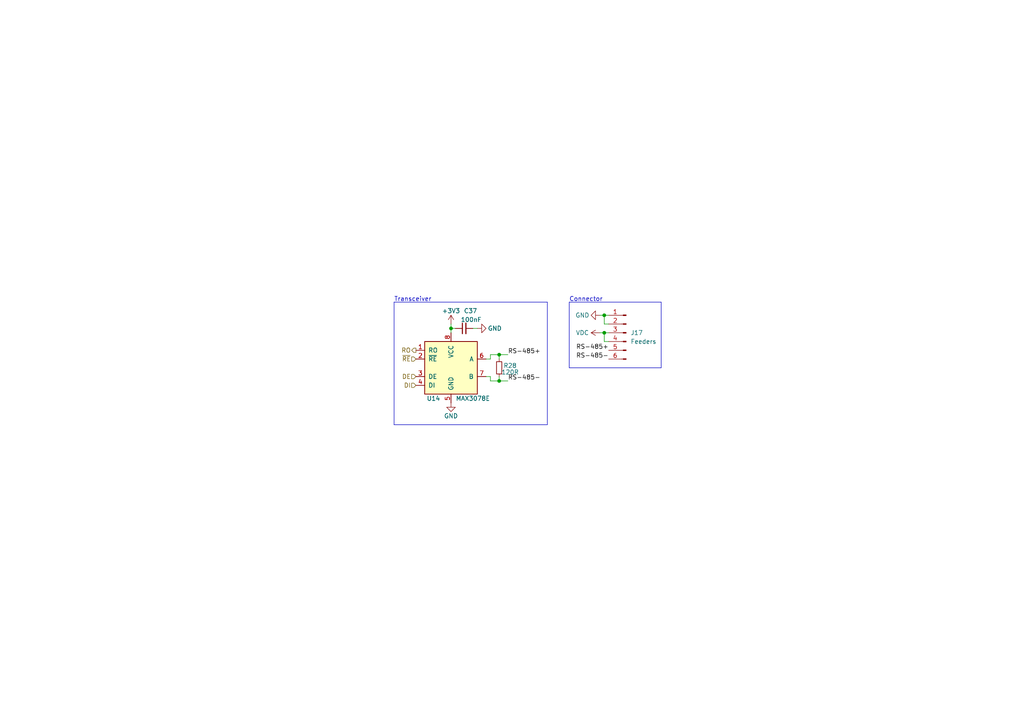
<source format=kicad_sch>
(kicad_sch (version 20230121) (generator eeschema)
  (paper "A4")
  (title_block (title "LumenPnP Motherboard") (date "2022-03-29") (company "Opulo"))
  (lib_symbols
    (symbol "Connector:Conn_01x06_Male" (pin_names (offset 1.016) hide)
      (property "Reference" "J" (at 0 7.62 0))
      (property "Value" "Conn_01x06_Male" (at 0 -10.16 0))
      (symbol "Conn_01x06_Male_1_1"
        (polyline (pts (xy 1.27 -7.62) (xy 0.8636 -7.62)) (stroke (width 0.1524)))
        (polyline (pts (xy 1.27 -5.08) (xy 0.8636 -5.08)) (stroke (width 0.1524)))
        (polyline (pts (xy 1.27 -2.54) (xy 0.8636 -2.54)) (stroke (width 0.1524)))
        (polyline (pts (xy 1.27 0) (xy 0.8636 0)) (stroke (width 0.1524)))
        (polyline (pts (xy 1.27 2.54) (xy 0.8636 2.54)) (stroke (width 0.1524)))
        (polyline (pts (xy 1.27 5.08) (xy 0.8636 5.08)) (stroke (width 0.1524)))
        (rectangle (start 0.8636 -7.493) (end 0 -7.747) (stroke (width 0.1524)) (fill (type outline)))
        (rectangle (start 0.8636 -4.953) (end 0 -5.207) (stroke (width 0.1524)) (fill (type outline)))
        (rectangle (start 0.8636 -2.413) (end 0 -2.667) (stroke (width 0.1524)) (fill (type outline)))
        (rectangle (start 0.8636 0.127) (end 0 -0.127) (stroke (width 0.1524)) (fill (type outline)))
        (rectangle (start 0.8636 2.667) (end 0 2.413) (stroke (width 0.1524)) (fill (type outline)))
        (rectangle (start 0.8636 5.207) (end 0 4.953) (stroke (width 0.1524)) (fill (type outline)))
        (pin passive line (at 5.08 5.08 180) (length 3.81) (name "Pin_1") (number "1"))
        (pin passive line (at 5.08 2.54 180) (length 3.81) (name "Pin_2") (number "2"))
        (pin passive line (at 5.08 0 180) (length 3.81) (name "Pin_3") (number "3"))
        (pin passive line (at 5.08 -2.54 180) (length 3.81) (name "Pin_4") (number "4"))
        (pin passive line (at 5.08 -5.08 180) (length 3.81) (name "Pin_5") (number "5"))
        (pin passive line (at 5.08 -7.62 180) (length 3.81) (name "Pin_6") (number "6"))
      )
    )
    (symbol "Device:C_Small" (pin_numbers hide) (pin_names (offset 0.254) hide)
      (property "Reference" "C" (at 0.254 1.778 0))
      (property "Value" "C_Small" (at 0.254 -2.032 0))
      (symbol "C_Small_0_1"
        (polyline (pts (xy -1.524 -0.508) (xy 1.524 -0.508)) (stroke (width 0.3302)))
        (polyline (pts (xy -1.524 0.508) (xy 1.524 0.508)) (stroke (width 0.3048)))
      )
      (symbol "C_Small_1_1"
        (pin passive line (at 0 2.54 270) (length 2.032) (name "~") (number "1"))
        (pin passive line (at 0 -2.54 90) (length 2.032) (name "~") (number "2"))
      )
    )
    (symbol "Device:R_Small" (pin_numbers hide) (pin_names (offset 0.254) hide)
      (property "Reference" "R" (at 0.762 0.508 0))
      (property "Value" "R_Small" (at 0.762 -1.016 0))
      (symbol "R_Small_0_1"
        (rectangle (start -0.762 1.778) (end 0.762 -1.778) (stroke (width 0.2032)))
      )
      (symbol "R_Small_1_1"
        (pin passive line (at 0 2.54 270) (length 0.762) (name "~") (number "1"))
        (pin passive line (at 0 -2.54 90) (length 0.762) (name "~") (number "2"))
      )
    )
    (symbol "Interface_UART:MAX3078E" (pin_names (offset 1.016))
      (property "Reference" "U" (at -7.62 8.89 0))
      (property "Value" "MAX3078E" (at 2.54 8.89 0))
      (symbol "MAX3078E_0_1"
        (rectangle (start -7.62 7.62) (end 7.62 -7.62) (stroke (width 0.254)) (fill (type background)))
      )
      (symbol "MAX3078E_1_1"
        (pin output line (at -10.16 5.08 0) (length 2.54) (name "RO") (number "1"))
        (pin input line (at -10.16 2.54 0) (length 2.54) (name "~{RE}") (number "2"))
        (pin input line (at -10.16 -2.54 0) (length 2.54) (name "DE") (number "3"))
        (pin input line (at -10.16 -5.08 0) (length 2.54) (name "DI") (number "4"))
        (pin power_in line (at 0 -10.16 90) (length 2.54) (name "GND") (number "5"))
        (pin bidirectional line (at 10.16 2.54 180) (length 2.54) (name "A") (number "6"))
        (pin bidirectional line (at 10.16 -2.54 180) (length 2.54) (name "B") (number "7"))
        (pin power_in line (at 0 10.16 270) (length 2.54) (name "VCC") (number "8"))
      )
    )
    (symbol "power:+3.3V" (power) (pin_names (offset 0))
      (property "Value" "+3.3V" (at 0 3.556 0))
      (symbol "+3.3V_0_1"
        (polyline (pts (xy -0.762 1.27) (xy 0 2.54)))
        (polyline (pts (xy 0 0) (xy 0 2.54)))
        (polyline (pts (xy 0 2.54) (xy 0.762 1.27)))
      )
      (symbol "+3.3V_1_1"
        (pin power_in line (at 0 0 90) (length 0) hide (name "+3V3") (number "1"))
      )
    )
    (symbol "power:GND" (power) (pin_names (offset 0))
      (property "Value" "GND" (at 0 -3.81 0))
      (symbol "GND_0_1"
        (polyline (pts (xy 0 0) (xy 0 -1.27) (xy 1.27 -1.27) (xy 0 -2.54) (xy -1.27 -1.27) (xy 0 -1.27)))
      )
      (symbol "GND_1_1"
        (pin power_in line (at 0 0 270) (length 0) hide (name "GND") (number "1"))
      )
    )
    (symbol "power:VDC" (power) (pin_names (offset 0))
      (property "Value" "VDC" (at 0 6.35 0))
      (symbol "VDC_0_1"
        (polyline (pts (xy -0.762 1.27) (xy 0 2.54)))
        (polyline (pts (xy 0 0) (xy 0 2.54)))
        (polyline (pts (xy 0 2.54) (xy 0.762 1.27)))
      )
      (symbol "VDC_1_1"
        (pin power_in line (at 0 0 90) (length 0) hide (name "VDC") (number "1"))
      )
    )
  )
  (junction (at 175.26 96.52))
  (junction (at 144.78 110.49))
  (junction (at 144.78 102.87))
  (junction (at 130.81 95.25))
  (junction (at 175.26 91.44))
  (wire (pts (xy 173.99 91.44) (xy 175.26 91.44)))
  (wire (pts (xy 144.78 110.49) (xy 147.32 110.49)))
  (wire (pts (xy 142.24 102.87) (xy 144.78 102.87)))
  (wire (pts (xy 175.26 96.52) (xy 176.53 96.52)))
  (wire (pts (xy 142.24 104.14) (xy 142.24 102.87)))
  (wire (pts (xy 142.24 110.49) (xy 144.78 110.49)))
  (wire (pts (xy 176.53 99.06) (xy 175.26 99.06)))
  (wire (pts (xy 144.78 109.22) (xy 144.78 110.49)))
  (wire (pts (xy 175.26 91.44) (xy 176.53 91.44)))
  (polyline (pts (xy 191.77 106.68) (xy 165.1 106.68)))
  (polyline (pts (xy 158.75 87.63) (xy 158.75 123.19)))
  (wire (pts (xy 175.26 93.98) (xy 175.26 91.44)))
  (wire (pts (xy 176.53 93.98) (xy 175.26 93.98)))
  (polyline (pts (xy 114.3 87.63) (xy 114.3 123.19)))
  (wire (pts (xy 132.08 95.25) (xy 130.81 95.25)))
  (wire (pts (xy 140.97 109.22) (xy 142.24 109.22)))
  (polyline (pts (xy 165.1 87.63) (xy 165.1 106.68)))
  (wire (pts (xy 175.26 96.52) (xy 175.26 99.06)))
  (wire (pts (xy 130.81 95.25) (xy 130.81 96.52)))
  (wire (pts (xy 173.99 96.52) (xy 175.26 96.52)))
  (polyline (pts (xy 158.75 123.19) (xy 114.3 123.19)))
  (wire (pts (xy 140.97 104.14) (xy 142.24 104.14)))
  (wire (pts (xy 142.24 109.22) (xy 142.24 110.49)))
  (wire (pts (xy 137.16 95.25) (xy 138.43 95.25)))
  (wire (pts (xy 144.78 102.87) (xy 144.78 104.14)))
  (wire (pts (xy 130.81 95.25) (xy 130.81 93.98)))
  (polyline (pts (xy 114.3 87.63) (xy 158.75 87.63)))
  (polyline (pts (xy 165.1 87.63) (xy 191.77 87.63)))
  (wire (pts (xy 144.78 102.87) (xy 147.32 102.87)))
  (polyline (pts (xy 191.77 87.63) (xy 191.77 106.68)))
  (text "Transceiver" (at 114.3 87.63 0) (effects (font (size 1.27 1.27)) (justify left bottom)))
  (text "Connector" (at 165.1 87.63 0) (effects (font (size 1.27 1.27)) (justify left bottom)))
  (label "RS-485-" (at 147.32 110.49 0))
  (label "RS-485-" (at 176.53 104.14 180))
  (label "RS-485+" (at 176.53 101.6 180))
  (label "RS-485+" (at 147.32 102.87 0))
  (hierarchical_label "~{RE}" (shape input) (at 120.65 104.14 180))
  (hierarchical_label "RO" (shape output) (at 120.65 101.6 180))
  (hierarchical_label "DE" (shape input) (at 120.65 109.22 180))
  (hierarchical_label "DI" (shape input) (at 120.65 111.76 180))
  (symbol (lib_id "power:VDC") (at 173.99 96.52 90) (unit 1)
    (property "Reference" "#PWR0174" (effects hide))
    (property "Value" "VDC" (at 168.91 96.52 90))
  )
  (symbol (lib_id "power:GND") (at 173.99 91.44 270) (unit 1)
    (property "Reference" "#PWR0175" (effects hide))
    (property "Value" "GND" (at 168.91 91.44 90))
  )
  (symbol (lib_id "Connector:Conn_01x06_Male") (at 181.61 96.52 0) (mirror y) (unit 1)
    (property "Reference" "J17" (at 182.88 96.52 0) (effects (justify right)))
    (property "Value" "Feeders" (at 182.88 99.06 0) (effects (justify right)))
    (property "Footprint" "Connector_IDC:IDC-Header_2x03_P2.54mm_Vertical" (effects hide))
    (property "LCSC" "C601936" (effects hide))
    (property "JLCPCB" "C601936" (effects hide))
  )
  (symbol (lib_id "Device:R_Small") (at 144.78 106.68 0) (unit 1)
    (property "Reference" "R28" (at 147.955 106.045 0))
    (property "Value" "120R" (at 147.955 107.95 0))
    (property "Footprint" "Resistor_SMD:R_0805_2012Metric" (effects hide))
    (property "Datasheet" "https://www.vishay.com/docs/20035/dcrcwe3.pdf" (effects hide))
    (property "Digikey" "541-120CCT-ND" (effects hide))
    (property "JLCPCB" " C17437" (effects hide))
    (property "LCSC" "C139879" (effects hide))
    (property "Mouser" "71-CRCW0805120RFKEA" (effects hide))
    (property "Notes" "125mW/1%" (effects hide))
  )
  (symbol (lib_id "Device:C_Small") (at 134.62 95.25 90) (unit 1)
    (property "Reference" "C37" (at 138.43 90.17 90) (effects (justify left)))
    (property "Value" "100nF" (at 139.7 92.71 90) (effects (justify left)))
    (property "Footprint" "Capacitor_SMD:C_0805_2012Metric" (effects hide))
    (property "Digikey" "1276-1180-1-ND" (effects hide))
    (property "JLCPCB" "C49678" (effects hide))
    (property "LCSC" "C360619" (effects hide))
    (property "Mouser" "581-08055C104K" (effects hide))
    (property "Notes" "50V/10%" (effects hide))
  )
  (symbol (lib_id "power:GND") (at 138.43 95.25 90) (unit 1)
    (property "Reference" "#PWR0167" (effects hide))
    (property "Value" "GND" (at 143.51 95.25 90))
  )
  (symbol (lib_id "Interface_UART:MAX3078E") (at 130.81 106.68 0) (unit 1)
    (property "Reference" "U14" (at 125.73 115.57 0))
    (property "Value" "MAX3078E" (at 137.16 115.57 0))
    (property "Footprint" "Package_SO:SOIC-8_3.9x4.9mm_P1.27mm" (effects hide))
    (property "Datasheet" "https://datasheets.maximintegrated.com/en/ds/MAX3070E-MAX3079E.pdf" (effects hide))
    (property "LCSC" "C40031" (effects hide))
    (property "Mouser" "700-MAX3078EESA " (effects hide))
    (property "JLCPCB" "C40031" (effects hide))
    (property "Digikey" "MAX3078EASA+-ND" (effects hide))
  )
  (symbol (lib_id "power:+3.3V") (at 130.81 93.98 0) (unit 1)
    (property "Reference" "#PWR0168" (effects hide))
    (property "Value" "+3.3V" (at 130.81 90.17 0))
  )
  (symbol (lib_id "power:GND") (at 130.81 116.84 0) (unit 1)
    (property "Reference" "#PWR0169" (effects hide))
    (property "Value" "GND" (at 130.81 120.65 0))
  )
)
</source>
